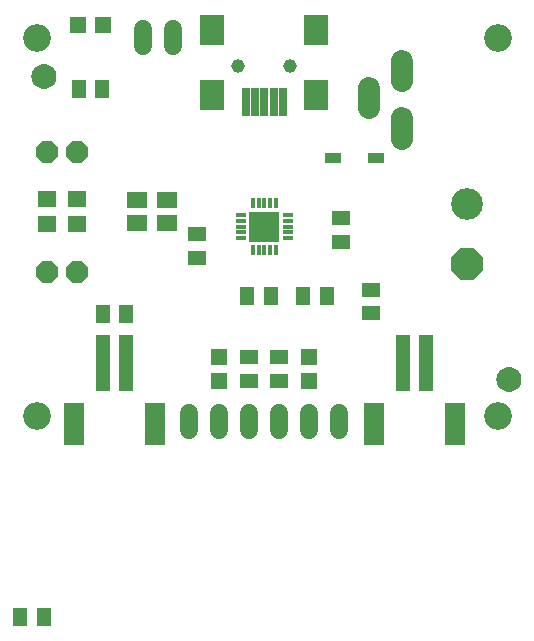
<source format=gbr>
G04 EAGLE Gerber RS-274X export*
G75*
%MOMM*%
%FSLAX34Y34*%
%LPD*%
%INSoldermask Top*%
%IPPOS*%
%AMOC8*
5,1,8,0,0,1.08239X$1,22.5*%
G01*
%ADD10C,2.352400*%
%ADD11R,0.882400X0.432400*%
%ADD12R,0.432400X0.882400*%
%ADD13R,2.652400X2.652400*%
%ADD14R,1.252400X1.552400*%
%ADD15R,1.352400X1.352400*%
%ADD16R,1.552400X1.252400*%
%ADD17R,1.152400X4.752400*%
%ADD18R,1.752400X3.552400*%
%ADD19P,1.979475X8X292.500000*%
%ADD20R,1.600000X1.400000*%
%ADD21R,2.152400X2.552400*%
%ADD22R,0.652400X2.460400*%
%ADD23C,1.152400*%
%ADD24C,2.692400*%
%ADD25P,2.914227X8X292.500000*%
%ADD26C,1.858800*%
%ADD27C,1.558800*%
%ADD28R,1.352400X0.852400*%
%ADD29R,1.752400X1.452400*%

G36*
X37352Y307020D02*
X37352Y307020D01*
X37395Y307032D01*
X37461Y307039D01*
X39144Y307490D01*
X39185Y307509D01*
X39248Y307528D01*
X40828Y308265D01*
X40865Y308291D01*
X40924Y308320D01*
X42352Y309320D01*
X42383Y309352D01*
X42436Y309391D01*
X43669Y310624D01*
X43694Y310660D01*
X43740Y310708D01*
X44740Y312136D01*
X44758Y312177D01*
X44795Y312232D01*
X45532Y313812D01*
X45543Y313855D01*
X45570Y313916D01*
X46021Y315599D01*
X46023Y315631D01*
X46030Y315652D01*
X46030Y315667D01*
X46040Y315708D01*
X46192Y317445D01*
X46188Y317489D01*
X46192Y317555D01*
X46040Y319292D01*
X46028Y319335D01*
X46021Y319401D01*
X45570Y321084D01*
X45551Y321125D01*
X45532Y321188D01*
X44795Y322768D01*
X44769Y322805D01*
X44740Y322864D01*
X43740Y324292D01*
X43708Y324323D01*
X43669Y324376D01*
X42436Y325609D01*
X42400Y325634D01*
X42352Y325680D01*
X40924Y326680D01*
X40883Y326698D01*
X40828Y326735D01*
X39248Y327472D01*
X39205Y327483D01*
X39144Y327510D01*
X37461Y327961D01*
X37416Y327964D01*
X37352Y327980D01*
X35615Y328132D01*
X35571Y328128D01*
X35505Y328132D01*
X33768Y327980D01*
X33725Y327968D01*
X33659Y327961D01*
X31976Y327510D01*
X31935Y327491D01*
X31872Y327472D01*
X30292Y326735D01*
X30255Y326709D01*
X30196Y326680D01*
X28768Y325680D01*
X28737Y325648D01*
X28684Y325609D01*
X27451Y324376D01*
X27426Y324340D01*
X27380Y324292D01*
X26380Y322864D01*
X26362Y322823D01*
X26325Y322768D01*
X25588Y321188D01*
X25577Y321145D01*
X25550Y321084D01*
X25099Y319401D01*
X25096Y319356D01*
X25080Y319292D01*
X24928Y317555D01*
X24932Y317511D01*
X24928Y317445D01*
X25080Y315708D01*
X25092Y315665D01*
X25096Y315631D01*
X25096Y315615D01*
X25098Y315610D01*
X25099Y315599D01*
X25550Y313916D01*
X25569Y313875D01*
X25588Y313812D01*
X26325Y312232D01*
X26351Y312195D01*
X26380Y312136D01*
X27380Y310708D01*
X27412Y310677D01*
X27451Y310624D01*
X28684Y309391D01*
X28720Y309366D01*
X28768Y309320D01*
X30196Y308320D01*
X30237Y308302D01*
X30292Y308265D01*
X31872Y307528D01*
X31915Y307517D01*
X31976Y307490D01*
X33659Y307039D01*
X33704Y307036D01*
X33768Y307020D01*
X35505Y306868D01*
X35549Y306872D01*
X35615Y306868D01*
X37352Y307020D01*
G37*
G36*
X431052Y50480D02*
X431052Y50480D01*
X431095Y50492D01*
X431161Y50499D01*
X432844Y50950D01*
X432885Y50969D01*
X432948Y50988D01*
X434528Y51725D01*
X434565Y51751D01*
X434624Y51780D01*
X436052Y52780D01*
X436083Y52812D01*
X436136Y52851D01*
X437369Y54084D01*
X437394Y54120D01*
X437440Y54168D01*
X438440Y55596D01*
X438458Y55637D01*
X438495Y55692D01*
X439232Y57272D01*
X439243Y57315D01*
X439270Y57376D01*
X439721Y59059D01*
X439723Y59091D01*
X439730Y59112D01*
X439730Y59127D01*
X439740Y59168D01*
X439892Y60905D01*
X439888Y60949D01*
X439892Y61015D01*
X439740Y62752D01*
X439728Y62795D01*
X439721Y62861D01*
X439270Y64544D01*
X439251Y64585D01*
X439232Y64648D01*
X438495Y66228D01*
X438469Y66265D01*
X438440Y66324D01*
X437440Y67752D01*
X437408Y67783D01*
X437369Y67836D01*
X436136Y69069D01*
X436100Y69094D01*
X436052Y69140D01*
X434624Y70140D01*
X434583Y70158D01*
X434528Y70195D01*
X432948Y70932D01*
X432905Y70943D01*
X432844Y70970D01*
X431161Y71421D01*
X431116Y71424D01*
X431052Y71440D01*
X429315Y71592D01*
X429271Y71588D01*
X429205Y71592D01*
X427468Y71440D01*
X427425Y71428D01*
X427359Y71421D01*
X425676Y70970D01*
X425635Y70951D01*
X425572Y70932D01*
X423992Y70195D01*
X423955Y70169D01*
X423896Y70140D01*
X422468Y69140D01*
X422437Y69108D01*
X422384Y69069D01*
X421151Y67836D01*
X421126Y67800D01*
X421080Y67752D01*
X420080Y66324D01*
X420062Y66283D01*
X420025Y66228D01*
X419288Y64648D01*
X419277Y64605D01*
X419250Y64544D01*
X418799Y62861D01*
X418796Y62816D01*
X418780Y62752D01*
X418628Y61015D01*
X418632Y60971D01*
X418628Y60905D01*
X418780Y59168D01*
X418792Y59125D01*
X418796Y59091D01*
X418796Y59075D01*
X418798Y59070D01*
X418799Y59059D01*
X419250Y57376D01*
X419269Y57335D01*
X419288Y57272D01*
X420025Y55692D01*
X420051Y55655D01*
X420080Y55596D01*
X421080Y54168D01*
X421112Y54137D01*
X421151Y54084D01*
X422384Y52851D01*
X422420Y52826D01*
X422468Y52780D01*
X423896Y51780D01*
X423937Y51762D01*
X423992Y51725D01*
X425572Y50988D01*
X425615Y50977D01*
X425676Y50950D01*
X427359Y50499D01*
X427404Y50496D01*
X427468Y50480D01*
X429205Y50328D01*
X429249Y50332D01*
X429315Y50328D01*
X431052Y50480D01*
G37*
D10*
X30000Y350000D03*
X30000Y30000D03*
X420000Y30000D03*
X420000Y350000D03*
D11*
X202600Y200500D03*
X202600Y195500D03*
X202600Y190500D03*
X202600Y185500D03*
X202600Y180500D03*
D12*
X212250Y170850D03*
X217250Y170850D03*
X222250Y170850D03*
X227250Y170850D03*
X232250Y170850D03*
D11*
X241900Y180500D03*
X241900Y185500D03*
X241900Y190500D03*
X241900Y195500D03*
X241900Y200500D03*
D12*
X232250Y210150D03*
X227250Y210150D03*
X222250Y210150D03*
X217250Y210150D03*
X212250Y210150D03*
D13*
X222250Y190500D03*
D14*
X207800Y131600D03*
X227800Y131600D03*
X274950Y131600D03*
X254950Y131600D03*
D15*
X85590Y361300D03*
X64590Y361300D03*
X260350Y59350D03*
X260350Y80350D03*
X184150Y59350D03*
X184150Y80350D03*
D16*
X209550Y79850D03*
X209550Y59850D03*
X234950Y79850D03*
X234950Y59850D03*
D14*
X65090Y306690D03*
X85090Y306690D03*
D16*
X312420Y117000D03*
X312420Y137000D03*
D14*
X85250Y116840D03*
X105250Y116840D03*
D16*
X165100Y184300D03*
X165100Y164300D03*
D17*
X359250Y75100D03*
X339250Y75100D03*
D18*
X383250Y23100D03*
X315250Y23100D03*
D17*
X105250Y75100D03*
X85250Y75100D03*
D18*
X129250Y23100D03*
X61250Y23100D03*
D19*
X38100Y254000D03*
X38100Y152400D03*
D20*
X38100Y213454D03*
X38100Y192946D03*
D16*
X287020Y177480D03*
X287020Y197480D03*
D21*
X266250Y301550D03*
D22*
X238250Y295910D03*
X230250Y295910D03*
X222250Y295910D03*
X214250Y295910D03*
X206250Y295910D03*
D21*
X266250Y356550D03*
X178250Y301550D03*
X178250Y356550D03*
D23*
X244250Y326550D03*
X200250Y326550D03*
D24*
X393700Y209550D03*
D25*
X393700Y158750D03*
D26*
X338420Y314008D02*
X338420Y331072D01*
X338420Y282072D02*
X338420Y265008D01*
X310420Y291008D02*
X310420Y308072D01*
D27*
X144780Y343488D02*
X144780Y357552D01*
X119380Y357552D02*
X119380Y343488D01*
D28*
X279950Y248920D03*
X316950Y248920D03*
D29*
X114300Y212700D03*
X114300Y193700D03*
X139700Y212700D03*
X139700Y193700D03*
D27*
X209550Y32432D02*
X209550Y18368D01*
X234950Y18368D02*
X234950Y32432D01*
X260350Y32432D02*
X260350Y18368D01*
X285750Y18368D02*
X285750Y32432D01*
X158750Y32432D02*
X158750Y18368D01*
X184150Y18368D02*
X184150Y32432D01*
D19*
X63500Y254000D03*
X63500Y152400D03*
D20*
X63500Y213454D03*
X63500Y192946D03*
D14*
X15400Y-139700D03*
X35400Y-139700D03*
M02*

</source>
